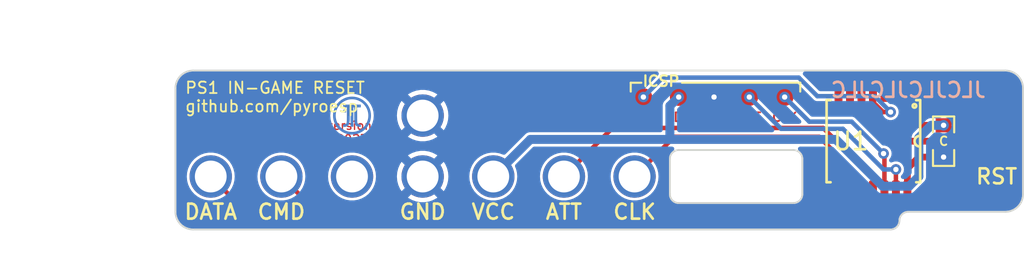
<source format=kicad_pcb>
(kicad_pcb (version 20240108) (generator "pcbnew") (generator_version "8.0")
  (layers (0 "F.Cu" signal) (31 "B.Cu" signal) (34 "B.Paste" user) (35 "F.Paste" user) (36 "B.SilkS" user "B.Silkscreen") (37 "F.SilkS" user "F.Silkscreen") (38 "B.Mask" user) (39 "F.Mask" user) (44 "Edge.Cuts" user))
  (net 0 "")
  (net 1 "+3V3")
  (net 2 "GND")
  (net 3 "/VPP\\~{MCLR}")
  (net 4 "/ICSPDAT")
  (net 5 "/ICSPCLK")
  (net 6 "/CLK")
  (net 7 "/DATA")
  (net 8 "/CMD")
  (net 9 "/~{SS}")
  (net 10 "/RESET")
  (footprint "PS1-IGR:JFTLOGO-1x1.3mm" (layer "F.Cu") (at 95 91.5)
    (property "Reference" "G***" (hide yes))
    (property "Value" "LOGO" (hide yes))
    (fp_poly (pts (xy 0.492125 -0.179161) (xy 0.340178 -0.179161) (xy 0.340178 -0.326572) (xy 0.492125 -0.326572) (xy 0.492125 -0.179161)) (stroke (width 0.01)) (fill solid) (layer "F.Cu"))
    (fp_poly (pts (xy 0.490991 -0.617992) (xy 0.491589 -0.543719) (xy 0.492187 -0.469447) (xy 0.28575 -0.469447) (xy 0.285782 -0.106023) (xy 0.2858 -0.062284) (xy 0.285845 -0.019882) (xy 0.285916 0.020937) (xy 0.286011 0.059929) (xy 0.286129 0.096849) (xy 0.286269 0.131454) (xy 0.286429 0.163498) (xy 0.286609 0.192737) (xy 0.286806 0.218926) (xy 0.287019 0.241821) (xy 0.287247 0.261178) (xy 0.287488 0.276752) (xy 0.287742 0.288299) (xy 0.288006 0.295573) (xy 0.288027 0.295955) (xy 0.290656 0.331148) (xy 0.294269 0.3625) (xy 0.298842 0.38988) (xy 0.304351 0.413156) (xy 0.310771 0.432197) (xy 0.315495 0.442382) (xy 0.326643 0.458511) (xy 0.34152 0.472087) (xy 0.360095 0.483097) (xy 0.382339 0.491532) (xy 0.408224 0.497378) (xy 0.43772 0.500623) (xy 0.46092 0.501343) (xy 0.492192 0.501414) (xy 0.491591 0.568774) (xy 0.490991 0.636133) (xy 0.47058 0.636836) (xy 0.460088 0.636911) (xy 0.446822 0.636588) (xy 0.43252 0.635929) (xy 0.419553 0.635046) (xy 0.380056 0.630342) (xy 0.344106 0.622928) (xy 0.311577 0.61276) (xy 0.282346 0.599789) (xy 0.256287 0.583971) (xy 0.234977 0.566837) (xy 0.215656 0.546172) (xy 0.198361 0.52146) (xy 0.183098 0.492712) (xy 0.169871 0.459939) (xy 0.158685 0.423155) (xy 0.149544 0.382371) (xy 0.142455 0.3376) (xy 0.141363 0.328839) (xy 0.140856 0.324295) (xy 0.140392 0.319382) (xy 0.139969 0.313882) (xy 0.139584 0.307578) (xy 0.139236 0.30025) (xy 0.138922 0.291683) (xy 0.138639 0.281656) (xy 0.138384 0.269954) (xy 0.138156 0.256356) (xy 0.137952 0.240647) (xy 0.137769 0.222607) (xy 0.137605 0.202019) (xy 0.137457 0.178665) (xy 0.137323 0.152328) (xy 0.137201 0.122788) (xy 0.137088 0.089828) (xy 0.136981 0.05323) (xy 0.136879 0.012777) (xy 0.136778 -0.03175) (xy 0.136676 -0.080568) (xy 0.136664 -0.086746) (xy 0.135898 -0.469447) (xy 0.079384 -0.469447) (xy 0.078812 0.07654) (xy 0.078241 0.622526) (xy 0.003968 0.623124) (xy -0.070304 0.623722) (xy -0.070304 -0.469447) (xy -0.133631 -0.469447) (xy -0.134397 -0.086746) (xy -0.134497 -0.036297) (xy -0.13459 0.009844) (xy -0.134685 0.051904) (xy -0.134787 0.090109) (xy -0.134905 0.124688) (xy -0.135046 0.155867) (xy -0.135216 0.183874) (xy -0.135423 0.208935) (xy -0.135675 0.231279) (xy -0.135978 0.251132) (xy -0.136339 0.268721) (xy -0.136767 0.284274) (xy -0.137268 0.298019) (xy -0.137849 0.310181) (xy -0.138518 0.320988) (xy -0.139281 0.330669) (xy -0.140147 0.339449) (xy -0.141122 0.347556) (xy -0.142213 0.355217) (xy -0.143429 0.36266) (xy -0.144775 0.370111) (xy -0.146259 0.377799) (xy -0.147889 0.385949) (xy -0.149671 0.39479) (xy -0.149721 0.395035) (xy -0.158811 0.433468) (xy -0.169872 0.46793) (xy -0.182972 0.498568) (xy -0.198182 0.525528) (xy -0.215572 0.548959) (xy -0.23017 0.564384) (xy -0.251962 0.582665) (xy -0.276001 0.59813) (xy -0.30256 0.610868) (xy -0.331914 0.620974) (xy -0.364338 0.628537) (xy -0.400106 0.633651) (xy -0.439493 0.636406) (xy -0.446201 0.636636) (xy -0.489857 0.63793) (xy -0.489857 0.501164) (xy -0.474549 0.502541) (xy -0.462085 0.502953) (xy -0.446676 0.502394) (xy -0.429778 0.501003) (xy -0.412844 0.498918) (xy -0.397329 0.496278) (xy -0.388745 0.494343) (xy -0.367637 0.487802) (xy -0.349841 0.4796) (xy -0.335004 0.46932) (xy -0.322768 0.456541) (xy -0.312781 0.440844) (xy -0.304685 0.421808) (xy -0.298126 0.399013) (xy -0.294763 0.383267) (xy -0.29357 0.376999) (xy -0.292478 0.371032) (xy -0.291483 0.365148) (xy -0.29058 0.35913) (xy -0.289763 0.352759) (xy -0.289028 0.345815) (xy -0.28837 0.338081) (xy -0.287783 0.329337) (xy -0.287263 0.319367) (xy -0.286804 0.30795) (xy -0.286402 0.294868) (xy -0.286052 0.279904) (xy -0.285748 0.262838) (xy -0.285485 0.243451) (xy -0.285259 0.221526) (xy -0.285064 0.196844) (xy -0.284896 0.169186) (xy -0.284749 0.138334) (xy -0.284619 0.10407) (xy -0.284499 0.066174) (xy -0.284386 0.024428) (xy -0.284275 -0.021386) (xy -0.28416 -0.071487) (xy -0.284143 -0.078809) (xy -0.283257 -0.469447) (xy -0.489857 -0.469447) (xy -0.489857 -0.619136) (xy 0.490991 -0.617992)) (stroke (width 0.01)) (fill solid) (layer "F.Cu"))
  )
  (footprint "PS1-IGR:__LOGO_PS1_Cu-2.4mm" (layer "F.Cu") (at 112 90.5)
    (property "Reference" "G***" (hide yes))
    (property "Value" "LOGO" (hide yes))
    (fp_poly (pts (xy -0.392114 -1.212239) (xy -0.390173 -1.211824) (xy -0.386082 -1.210972) (xy -0.380179 -1.209754) (xy -0.372804 -1.208239) (xy -0.364295 -1.206497) (xy -0.35499 -1.204597) (xy -0.352425 -1.204074) (xy -0.318902 -1.197004) (xy -0.283225 -1.189026) (xy -0.245591 -1.180193) (xy -0.206198 -1.170558) (xy -0.165242 -1.160175) (xy -0.122921 -1.149097) (xy -0.079432 -1.137377) (xy -0.034972 -1.125069) (xy 0.010262 -1.112226) (xy 0.056073 -1.098901) (xy 0.102263 -1.085148) (xy 0.148636 -1.07102) (xy 0.194994 -1.05657) (xy 0.20828 -1.052368) (xy 0.240872 -1.041933) (xy 0.271201 -1.032026) (xy 0.29947 -1.022567) (xy 0.325883 -1.013478) (xy 0.350643 -1.004682) (xy 0.373955 -0.996099) (xy 0.39602 -0.987652) (xy 0.417043 -0.979262) (xy 0.437228 -0.970851) (xy 0.456778 -0.962339) (xy 0.475896 -0.95365) (xy 0.494786 -0.944705) (xy 0.513651 -0.935425) (xy 0.518795 -0.932838) (xy 0.535578 -0.924253) (xy 0.550551 -0.916348) (xy 0.564245 -0.908817) (xy 0.577188 -0.901353) (xy 0.589913 -0.893649) (xy 0.602948 -0.8854) (xy 0.616825 -0.876299) (xy 0.617855 -0.875614) (xy 0.65033 -0.852698) (xy 0.680503 -0.828746) (xy 0.70842 -0.803698) (xy 0.734124 -0.777489) (xy 0.757661 -0.750058) (xy 0.779076 -0.721341) (xy 0.798412 -0.691277) (xy 0.815716 -0.659803) (xy 0.831031 -0.626856) (xy 0.844403 -0.592374) (xy 0.855876 -0.556294) (xy 0.861504 -0.535305) (xy 0.867178 -0.511343) (xy 0.87212 -0.487447) (xy 0.876374 -0.463265) (xy 0.879983 -0.438447) (xy 0.882992 -0.41264) (xy 0.885446 -0.385494) (xy 0.887388 -0.356657) (xy 0.888863 -0.325779) (xy 0.889248 -0.315277) (xy 0.889982 -0.273291) (xy 0.889236 -0.233285) (xy 0.886996 -0.195164) (xy 0.883252 -0.158838) (xy 0.877991 -0.124211) (xy 0.871201 -0.091193) (xy 0.86287 -0.059689) (xy 0.852986 -0.029607) (xy 0.851911 -0.02667) (xy 0.849261 -0.019921) (xy 0.84577 -0.011637) (xy 0.841755 -0.002543) (xy 0.837537 0.006638) (xy 0.833719 0.014605) (xy 0.824682 0.03227) (xy 0.815826 0.047963) (xy 0.806793 0.062192) (xy 0.797224 0.075466) (xy 0.786761 0.088295) (xy 0.775046 0.101189) (xy 0.767125 0.10931) (xy 0.749749 0.125703) (xy 0.732423 0.139901) (xy 0.714699 0.152199) (xy 0.696128 0.162891) (xy 0.676263 0.172274) (xy 0.66421 0.177142) (xy 0.642807 0.184383) (xy 0.620867 0.189909) (xy 0.598005 0.193786) (xy 0.573838 0.196078) (xy 0.547981 0.196849) (xy 0.54737 0.19685) (xy 0.522017 0.196119) (xy 0.496804 0.193886) (xy 0.471479 0.19009) (xy 0.445791 0.184669) (xy 0.41949 0.177563) (xy 0.392324 0.168709) (xy 0.364044 0.158048) (xy 0.334398 0.145517) (xy 0.331179 0.144083) (xy 0.320093 0.139121) (xy 0.319684 -0.262227) (xy 0.319646 -0.300571) (xy 0.319612 -0.336462) (xy 0.319579 -0.369986) (xy 0.319548 -0.401229) (xy 0.319515 -0.430279) (xy 0.319481 -0.457222) (xy 0.319442 -0.482145) (xy 0.319399 -0.505134) (xy 0.319349 -0.526276) (xy 0.319291 -0.545657) (xy 0.319224 -0.563364) (xy 0.319146 -0.579484) (xy 0.319056 -0.594104) (xy 0.318952 -0.607309) (xy 0.318833 -0.619187) (xy 0.318697 -0.629824) (xy 0.318543 -0.639306) (xy 0.31837 -0.647721) (xy 0.318176 -0.655155) (xy 0.317959 -0.661694) (xy 0.317719 -0.667426) (xy 0.317454 -0.672436) (xy 0.317161 -0.676811) (xy 0.316841 -0.680639) (xy 0.316491 -0.684005) (xy 0.31611 -0.686996) (xy 0.315697 -0.689699) (xy 0.31525 -0.692201) (xy 0.314767 -0.694587) (xy 0.314248 -0.696945) (xy 0.313691 -0.699362) (xy 0.313094 -0.701923) (xy 0.312455 -0.704715) (xy 0.312317 -0.705337) (xy 0.306828 -0.725575) (xy 0.299801 -0.7438) (xy 0.291223 -0.760028) (xy 0.281082 -0.774279) (xy 0.269363 -0.786569) (xy 0.256055 -0.796917) (xy 0.241143 -0.805339) (xy 0.238125 -0.806724) (xy 0.22286 -0.812502) (xy 0.208495 -0.815912) (xy 0.19504 -0.816957) (xy 0.182508 -0.815642) (xy 0.17091 -0.81197) (xy 0.160258 -0.805945) (xy 0.150564 -0.79757) (xy 0.14184 -0.786851) (xy 0.134098 -0.77379) (xy 0.133576 -0.772755) (xy 0.128082 -0.759894) (xy 0.123522 -0.745453) (xy 0.120172 -0.730302) (xy 0.120163 -0.73025) (xy 0.119172 -0.724667) (xy 0.118219 -0.719492) (xy 0.117477 -0.715656) (xy 0.117344 -0.71501) (xy 0.117295 -0.713521) (xy 0.117244 -0.709554) (xy 0.117192 -0.703172) (xy 0.11714 -0.694436) (xy 0.117086 -0.683408) (xy 0.117031 -0.670152) (xy 0.116976 -0.654728) (xy 0.11692 -0.6372) (xy 0.116864 -0.617629) (xy 0.116807 -0.596078) (xy 0.11675 -0.572609) (xy 0.116692 -0.547284) (xy 0.116635 -0.520164) (xy 0.116577 -0.491314) (xy 0.11652 -0.460793) (xy 0.116463 -0.428666) (xy 0.116406 -0.394993) (xy 0.116349 -0.359837) (xy 0.116294 -0.323261) (xy 0.116238 -0.285326) (xy 0.116184 -0.246094) (xy 0.116131 -0.205628) (xy 0.116078 -0.16399) (xy 0.116027 -0.121243) (xy 0.115976 -0.077447) (xy 0.115927 -0.032667) (xy 0.11588 0.013038) (xy 0.115834 0.059603) (xy 0.115789 0.106967) (xy 0.115747 0.155069) (xy 0.115706 0.203844) (xy 0.115669 0.25083) (xy 0.114935 1.212225) (xy -0.1397 1.131418) (xy -0.394335 1.05061) (xy -0.394654 -0.081144) (xy -0.394972 -1.212898) (xy -0.392114 -1.212239)) (stroke (width 0.01)) (fill solid) (layer "F.Cu"))
    (fp_poly (pts (xy -0.496234 0.157453) (xy -0.496101 0.16108) (xy -0.495974 0.166931) (xy -0.495854 0.174851) (xy -0.495743 0.184681) (xy -0.495642 0.196265) (xy -0.495551 0.209444) (xy -0.495473 0.224062) (xy -0.495408 0.23996) (xy -0.495357 0.256983) (xy -0.495322 0.274972) (xy -0.495303 0.29377) (xy -0.4953 0.304485) (xy -0.4953 0.452761) (xy -0.563563 0.477152) (xy -0.574387 0.48102) (xy -0.587331 0.485648) (xy -0.602125 0.490938) (xy -0.618498 0.496793) (xy -0.63618 0.503118) (xy -0.6549 0.509814) (xy -0.674387 0.516785) (xy -0.69437 0.523935) (xy -0.714579 0.531166) (xy -0.734743 0.538382) (xy -0.754591 0.545485) (xy -0.76708 0.549956) (xy -0.786397 0.556869) (xy -0.806076 0.563912) (xy -0.825862 0.570993) (xy -0.845497 0.578018) (xy -0.864724 0.584897) (xy -0.883286 0.591538) (xy -0.900927 0.597848) (xy -0.917388 0.603735) (xy -0.932413 0.609108) (xy -0.945744 0.613875) (xy -0.957125 0.617943) (xy -0.96393 0.620375) (xy -0.976222 0.624774) (xy -0.988085 0.629034) (xy -0.999247 0.633058) (xy -1.009434 0.636744) (xy -1.018373 0.639995) (xy -1.02579 0.64271) (xy -1.031412 0.644791) (xy -1.034965 0.646138) (xy -1.035378 0.646301) (xy -1.05085 0.653039) (xy -1.064564 0.660206) (xy -1.076406 0.667703) (xy -1.086264 0.675433) (xy -1.094024 0.683299) (xy -1.099573 0.691202) (xy -1.102799 0.699045) (xy -1.10363 0.705333) (xy -1.102388 0.713268) (xy -1.098698 0.720747) (xy -1.092617 0.72774) (xy -1.084201 0.734219) (xy -1.073507 0.740152) (xy -1.060591 0.745512) (xy -1.04551 0.750268) (xy -1.028319 0.754391) (xy -1.009076 0.757852) (xy -1.00076 0.759052) (xy -0.991959 0.759971) (xy -0.981081 0.760677) (xy -0.968579 0.761172) (xy -0.954908 0.761458) (xy -0.94052 0.761537) (xy -0.92587 0.761413) (xy -0.911411 0.761087) (xy -0.897598 0.760561) (xy -0.884883 0.759838) (xy -0.873721 0.758921) (xy -0.868776 0.758379) (xy -0.836927 0.753842) (xy -0.807288 0.748233) (xy -0.779757 0.741532) (xy -0.76885 0.738402) (xy -0.765673 0.737372) (xy -0.760295 0.735537) (xy -0.752898 0.732963) (xy -0.743668 0.729715) (xy -0.732788 0.725859) (xy -0.720441 0.72146) (xy -0.706814 0.716585) (xy -0.692088 0.711299) (xy -0.676449 0.705667) (xy -0.66008 0.699756) (xy -0.643166 0.69363) (xy -0.633595 0.690156) (xy -0.616595 0.683983) (xy -0.600136 0.678009) (xy -0.584392 0.672298) (xy -0.569537 0.666911) (xy -0.555745 0.661914) (xy -0.54319 0.657367) (xy -0.532046 0.653335) (xy -0.522487 0.64988) (xy -0.514686 0.647065) (xy -0.508818 0.644954) (xy -0.505057 0.643608) (xy -0.503867 0.643189) (xy -0.495289 0.640227) (xy -0.495612 0.773139) (xy -0.495935 0.906052) (xy -0.5207 0.91021) (xy -0.570805 0.918036) (xy -0.619293 0.924389) (xy -0.666597 0.929299) (xy -0.713149 0.932797) (xy -0.759379 0.934913) (xy -0.80572 0.935676) (xy -0.852604 0.935117) (xy -0.86995 0.934589) (xy -0.93164 0.9312) (xy -0.993728 0.925384) (xy -1.055988 0.917173) (xy -1.118193 0.906603) (xy -1.180115 0.893706) (xy -1.233805 0.880561) (xy -1.250249 0.876146) (xy -1.267544 0.871311) (xy -1.285356 0.866163) (xy -1.303351 0.860805) (xy -1.321198 0.855343) (xy -1.338561 0.849881) (xy -1.355107 0.844524) (xy -1.370504 0.839377) (xy -1.384417 0.834544) (xy -1.396513 0.830131) (xy -1.40589 0.826475) (xy -1.430842 0.815528) (xy -1.453909 0.803807) (xy -1.475044 0.791377) (xy -1.494201 0.778303) (xy -1.511331 0.764648) (xy -1.526388 0.750477) (xy -1.539325 0.735856) (xy -1.550094 0.720847) (xy -1.558648 0.705517) (xy -1.56494 0.689929) (xy -1.568922 0.674148) (xy -1.570548 0.658238) (xy -1.569769 0.642264) (xy -1.56654 0.626291) (xy -1.562 0.613166) (xy -1.556638 0.60204) (xy -1.549762 0.591108) (xy -1.541277 0.580293) (xy -1.531084 0.569518) (xy -1.519085 0.558704) (xy -1.505183 0.547775) (xy -1.489281 0.536653) (xy -1.47128 0.525261) (xy -1.451084 0.513522) (xy -1.428594 0.501358) (xy -1.40716 0.490406) (xy -1.38227 0.478286) (xy -1.357325 0.466767) (xy -1.331884 0.455668) (xy -1.30551 0.444805) (xy -1.277764 0.433995) (xy -1.248207 0.423055) (xy -1.229995 0.416555) (xy -1.225713 0.415042) (xy -1.219144 0.412716) (xy -1.210398 0.409615) (xy -1.199582 0.405778) (xy -1.186803 0.401242) (xy -1.172169 0.396047) (xy -1.155789 0.390231) (xy -1.137769 0.383831) (xy -1.118217 0.376886) (xy -1.097241 0.369435) (xy -1.074949 0.361515) (xy -1.051449 0.353164) (xy -1.026847 0.344422) (xy -1.001252 0.335326) (xy -0.974771 0.325914) (xy -0.947513 0.316226) (xy -0.919584 0.306298) (xy -0.891093 0.296169) (xy -0.862147 0.285878) (xy -0.845305 0.279891) (xy -0.816602 0.269686) (xy -0.788517 0.259705) (xy -0.761145 0.249979) (xy -0.734582 0.240543) (xy -0.70892 0.23143) (xy -0.684255 0.222673) (xy -0.660681 0.214306) (xy -0.638292 0.206363) (xy -0.617182 0.198876) (xy -0.597447 0.191879) (xy -0.579179 0.185406) (xy -0.562474 0.179489) (xy -0.547425 0.174164) (xy -0.534128 0.169462) (xy -0.522676 0.165418) (xy -0.513164 0.162064) (xy -0.505686 0.159434) (xy -0.500337 0.157563) (xy -0.497211 0.156482) (xy -0.496373 0.15621) (xy -0.496234 0.157453)) (stroke (width 0.01)) (fill solid) (layer "F.Cu"))
    (fp_poly (pts (xy 0.805443 0.284768) (xy 0.821695 0.284894) (xy 0.836706 0.285144) (xy 0.850003 0.285523) (xy 0.852805 0.28563) (xy 0.907289 0.288648) (xy 0.961272 0.293258) (xy 1.014535 0.299422) (xy 1.066859 0.307102) (xy 1.118028 0.316261) (xy 1.167824 0.32686) (xy 1.216027 0.338861) (xy 1.262421 0.352226) (xy 1.29413 0.362519) (xy 1.31356 0.369157) (xy 1.330794 0.375085) (xy 1.346051 0.380389) (xy 1.359548 0.38515) (xy 1.371501 0.389455) (xy 1.38213 0.393384) (xy 1.39165 0.397024) (xy 1.400281 0.400457) (xy 1.40824 0.403766) (xy 1.415744 0.407036) (xy 1.423011 0.41035) (xy 1.430258 0.413793) (xy 1.437703 0.417447) (xy 1.44018 0.418682) (xy 1.45856 0.428255) (xy 1.474823 0.437549) (xy 1.489334 0.446812) (xy 1.502459 0.456294) (xy 1.514565 0.466243) (xy 1.526017 0.47691) (xy 1.526632 0.47752) (xy 1.535929 0.48709) (xy 1.543497 0.495676) (xy 1.549692 0.503743) (xy 1.554872 0.511754) (xy 1.559279 0.51994) (xy 1.564176 0.530741) (xy 1.56765 0.540665) (xy 1.569999 0.550698) (xy 1.571284 0.559592) (xy 1.571943 0.56655) (xy 1.572092 0.572234) (xy 1.5717 0.577861) (xy 1.570735 0.584648) (xy 1.57064 0.58523) (xy 1.567282 0.599844) (xy 1.562028 0.614068) (xy 1.554807 0.627984) (xy 1.545545 0.641673) (xy 1.53417 0.655217) (xy 1.520609 0.668698) (xy 1.50479 0.682199) (xy 1.486639 0.6958) (xy 1.466084 0.709583) (xy 1.452575 0.71797) (xy 1.443334 0.723348) (xy 1.432273 0.729443) (xy 1.419916 0.735993) (xy 1.406786 0.742735) (xy 1.393408 0.749406) (xy 1.380304 0.755744) (xy 1.367998 0.761486) (xy 1.357014 0.76637) (xy 1.35128 0.768778) (xy 1.349124 0.7696) (xy 1.344701 0.771235) (xy 1.3381 0.77365) (xy 1.329411 0.776815) (xy 1.318724 0.780695) (xy 1.306128 0.78526) (xy 1.291713 0.790477) (xy 1.275569 0.796314) (xy 1.257786 0.802737) (xy 1.238454 0.809716) (xy 1.217661 0.817218) (xy 1.195499 0.825211) (xy 1.172056 0.833661) (xy 1.147422 0.842538) (xy 1.121688 0.851809) (xy 1.094942 0.861442) (xy 1.067275 0.871403) (xy 1.038776 0.881662) (xy 1.009535 0.892186) (xy 0.979642 0.902942) (xy 0.949187 0.913899) (xy 0.918259 0.925023) (xy 0.886948 0.936284) (xy 0.855344 0.947648) (xy 0.823536 0.959083) (xy 0.791614 0.970558) (xy 0.759669 0.982039) (xy 0.727789 0.993495) (xy 0.696065 1.004893) (xy 0.664586 1.016201) (xy 0.633442 1.027387) (xy 0.602722 1.038419) (xy 0.572517 1.049264) (xy 0.542916 1.05989) (xy 0.51401 1.070265) (xy 0.485886 1.080356) (xy 0.458636 1.090131) (xy 0.43235 1.099559) (xy 0.407116 1.108606) (xy 0.383025 1.117241) (xy 0.360166 1.125432) (xy 0.338629 1.133145) (xy 0.318504 1.140349) (xy 0.299881 1.147011) (xy 0.282849 1.1531) (xy 0.267498 1.158583) (xy 0.253917 1.163427) (xy 0.242198 1.167601) (xy 0.232428 1.171072) (xy 0.224699 1.173809) (xy 0.219099 1.175778) (xy 0.215719 1.176947) (xy 0.21465 1.17729) (xy 0.214423 1.17607) (xy 0.214219 1.172405) (xy 0.214037 1.166284) (xy 0.213877 1.157699) (xy 0.21374 1.14664) (xy 0.213624 1.133097) (xy 0.21353 1.117061) (xy 0.213458 1.098523) (xy 0.213408 1.077472) (xy 0.21338 1.0539) (xy 0.213373 1.029652) (xy 0.213386 0.882015) (xy 0.62517 0.735388) (xy 0.656533 0.724218) (xy 0.687335 0.713247) (xy 0.717487 0.702504) (xy 0.746898 0.692022) (xy 0.77548 0.681833) (xy 0.803143 0.67197) (xy 0.829799 0.662463) (xy 0.855356 0.653344) (xy 0.879727 0.644647) (xy 0.902821 0.636402) (xy 0.92455 0.628642) (xy 0.944823 0.621398) (xy 0.963552 0.614702) (xy 0.980647 0.608587) (xy 0.996019 0.603085) (xy 1.009578 0.598226) (xy 1.021235 0.594043) (xy 1.0309 0.590569) (xy 1.038485 0.587835) (xy 1.043899 0.585872) (xy 1.047054 0.584714) (xy 1.04775 0.584448) (xy 1.063858 0.577445) (xy 1.077988 0.570123) (xy 1.090073 0.562554) (xy 1.100047 0.554805) (xy 1.107845 0.546947) (xy 1.1134 0.53905) (xy 1.116646 0.531182) (xy 1.117518 0.523414) (xy 1.11595 0.515815) (xy 1.11496 0.513509) (xy 1.110411 0.50678) (xy 1.103514 0.50034) (xy 1.094451 0.494276) (xy 1.083405 0.488674) (xy 1.070559 0.48362) (xy 1.056098 0.479201) (xy 1.040203 0.475503) (xy 1.030999 0.473823) (xy 1.019721 0.472064) (xy 1.009254 0.470701) (xy 0.999004 0.46969) (xy 0.988373 0.468991) (xy 0.976766 0.468558) (xy 0.963589 0.46835) (xy 0.954405 0.468315) (xy 0.931027 0.468622) (xy 0.909289 0.469608) (xy 0.888365 0.471347) (xy 0.86743 0.473911) (xy 0.845656 0.477371) (xy 0.84074 0.478247) (xy 0.834697 0.479361) (xy 0.828941 0.480472) (xy 0.823323 0.481627) (xy 0.817699 0.482873) (xy 0.811922 0.484256) (xy 0.805846 0.485822) (xy 0.799324 0.487618) (xy 0.792212 0.48969) (xy 0.784362 0.492086) (xy 0.775629 0.494851) (xy 0.765866 0.498031) (xy 0.754927 0.501675) (xy 0.742667 0.505827) (xy 0.728939 0.510534) (xy 0.713597 0.515844) (xy 0.696495 0.521802) (xy 0.677487 0.528455) (xy 0.656427 0.53585) (xy 0.633168 0.544032) (xy 0.62484 0.546964) (xy 0.587513 0.560109) (xy 0.552508 0.572436) (xy 0.519752 0.583971) (xy 0.489172 0.59474) (xy 0.460693 0.604769) (xy 0.434243 0.614084) (xy 0.409748 0.622711) (xy 0.387133 0.630676) (xy 0.366327 0.638005) (xy 0.347255 0.644723) (xy 0.329844 0.650856) (xy 0.31402 0.656431) (xy 0.29971 0.661473) (xy 0.286841 0.666009) (xy 0.275338 0.670063) (xy 0.265129 0.673662) (xy 0.256139 0.676833) (xy 0.248296 0.6796) (xy 0.241526 0.68199) (xy 0.235755 0.684028) (xy 0.230909 0.685741) (xy 0.226916 0.687154) (xy 0.223702 0.688294) (xy 0.221194 0.689185) (xy 0.219317 0.689855) (xy 0.217998 0.690329) (xy 0.217165 0.690633) (xy 0.216847 0.690752) (xy 0.213349 0.69209) (xy 0.213672 0.538236) (xy 0.213995 0.384381) (xy 0.24179 0.375002) (xy 0.279039 0.363082) (xy 0.318392 0.351712) (xy 0.359456 0.340967) (xy 0.401839 0.330924) (xy 0.44515 0.321659) (xy 0.488995 0.313248) (xy 0.532984 0.305765) (xy 0.576723 0.299288) (xy 0.619822 0.293891) (xy 0.661887 0.289652) (xy 0.696595 0.287011) (xy 0.708309 0.286385) (xy 0.72209 0.285854) (xy 0.737464 0.285422) (xy 0.753959 0.285093) (xy 0.771102 0.284871) (xy 0.788421 0.284762) (xy 0.805443 0.284768)) (stroke (width 0.01)) (fill solid) (layer "F.Cu"))
  )
  (footprint "PS1-IGR:TestPoint_Pad_NoSilk_D1.0mm" (layer "F.Cu") (at 122.5 89.5 180)
    (property "Reference" "TP2" (hide yes))
    (property "Value" "VDD" (at 0 -1.143 0) (layer "F.Cu") (effects (font (size 0.5 0.5) (thickness 0.1))))
    (pad "1" smd circle (at 0 0 180) (size 1 1) (layers "F.Cu" "F.Mask") (net 1 "+3V3"))
  )
  (footprint "PS1-IGR:TestPoint_Pad_NoSilk_D1.0mm" (layer "F.Cu") (at 124.5 89.5 180)
    (property "Reference" "TP3" (hide yes))
    (property "Value" "VSS" (at 0 -1.143 0) (layer "F.Cu") (effects (font (size 0.5 0.5) (thickness 0.1))))
    (pad "1" smd circle (at 0 0 180) (size 1 1) (layers "F.Cu" "F.Mask") (net 2 "GND"))
  )
  (footprint "PS1-IGR:TestPoint_Pad_NoSilk_D1.0mm" (layer "F.Cu") (at 126.5 89.5 180)
    (property "Reference" "TP4" (hide yes))
    (property "Value" "DAT" (at 0 -1.143 0) (layer "F.Cu") (effects (font (size 0.5 0.5) (thickness 0.1))))
    (pad "1" smd circle (at 0 0 180) (size 1 1) (layers "F.Cu" "F.Mask") (net 4 "/ICSPDAT"))
  )
  (footprint "PS1-IGR:TestPoint_Pad_NoSilk_D1.0mm" (layer "F.Cu") (at 128.5 89.5 180)
    (property "Reference" "TP5" (hide yes))
    (property "Value" "CLK" (at 0 -1.143 0) (layer "F.Cu") (effects (font (size 0.5 0.5) (thickness 0.1))))
    (pad "1" smd circle (at 0 0 180) (size 1 1) (layers "F.Cu" "F.Mask") (net 5 "/ICSPCLK"))
  )
  (footprint "PS1-IGR:R_0603_0.8mm" (layer "F.Cu") (at 137.5 92 -90)
    (property "Reference" "C1" (hide yes))
    (property "Value" "0.1uF")
    (fp_line (start -1.4 0.6) (end -0.5 0.6) (stroke (width 0.12)) (layer "F.SilkS"))
    (fp_line (start 0.5 0.6) (end 1.4 0.6) (stroke (width 0.12)) (layer "F.SilkS"))
    (fp_line (start -1.4 -0.6) (end -1.4 0.6) (stroke (width 0.12)) (layer "F.SilkS"))
    (fp_line (start -1.4 -0.6) (end -0.5 -0.6) (stroke (width 0.12)) (layer "F.SilkS"))
    (fp_line (start 0.5 -0.6) (end 1.4 -0.6) (stroke (width 0.12)) (layer "F.SilkS"))
    (fp_line (start 1.4 -0.6) (end 1.4 0.6) (stroke (width 0.12)) (layer "F.SilkS"))
    (pad "1" smd rect (at -0.9 0 270) (size 0.8 0.9) (layers "F.Cu" "F.Paste" "F.Mask") (net 1 "+3V3"))
    (pad "2" smd rect (at 0.9 0 270) (size 0.8 0.9) (layers "F.Cu" "F.Paste" "F.Mask") (net 2 "GND"))
  )
  (footprint "PS1-IGR:TSSOP-14_4.4x5mm_Pitch0.65mm-JFT" (layer "F.Cu") (at 133.5 92 -90)
    (property "Reference" "U1" (at 0 1.25 180) (layer "F.SilkS"))
    (property "Value" "PIC16F18325-ISL")
    (fp_line (start -2.325 2.625) (end 2.325 2.625) (stroke (width 0.15)) (layer "F.SilkS"))
    (fp_line (start -2.325 2.625) (end -2.325 2.4) (stroke (width 0.15)) (layer "F.SilkS"))
    (fp_line (start 2.325 2.625) (end 2.325 2.4) (stroke (width 0.15)) (layer "F.SilkS"))
    (fp_line (start -2.325 -2.45) (end -2.325 -2.675) (stroke (width 0.15)) (layer "F.SilkS"))
    (fp_line (start -2.325 -2.675) (end 2.325 -2.675) (stroke (width 0.15)) (layer "F.SilkS"))
    (fp_line (start 2.325 -2.675) (end 2.325 -2.45) (stroke (width 0.15)) (layer "F.SilkS"))
    (fp_arc (start 0.3 -2.65) (mid 0 -2.35) (end -0.3 -2.65) (stroke (width 0.15)) (layer "F.SilkS"))
    (fp_circle (center -2 -2.35) (end -1.9 -2.35) (stroke (width 0.15)) (fill none) (layer "F.SilkS"))
    (pad "1" smd roundrect (at -2.95 -1.95 270) (size 1.45 0.45) (layers "F.Cu" "F.Paste" "F.Mask") (roundrect_rratio 0.2) (net 1 "+3V3"))
    (pad "2" smd roundrect (at -2.95 -1.3 270) (size 1.45 0.45) (layers "F.Cu" "F.Paste" "F.Mask") (roundrect_rratio 0.2))
    (pad "3" smd roundrect (at -2.95 -0.65 270) (size 1.45 0.45) (layers "F.Cu" "F.Paste" "F.Mask") (roundrect_rratio 0.2))
    (pad "4" smd roundrect (at -2.95 0 270) (size 1.45 0.45) (layers "F.Cu" "F.Paste" "F.Mask") (roundrect_rratio 0.2) (net 3 "/VPP\\~{MCLR}"))
    (pad "5" smd roundrect (at -2.95 0.65 270) (size 1.45 0.45) (layers "F.Cu" "F.Paste" "F.Mask") (roundrect_rratio 0.2) (net 10 "/RESET"))
    (pad "6" smd roundrect (at -2.95 1.3 270) (size 1.45 0.45) (layers "F.Cu" "F.Paste" "F.Mask") (roundrect_rratio 0.2))
    (pad "7" smd roundrect (at -2.95 1.95 270) (size 1.45 0.45) (layers "F.Cu" "F.Paste" "F.Mask") (roundrect_rratio 0.2))
    (pad "8" smd roundrect (at 2.95 1.95 270) (size 1.45 0.45) (layers "F.Cu" "F.Paste" "F.Mask") (roundrect_rratio 0.2) (net 8 "/CMD"))
    (pad "9" smd roundrect (at 2.95 1.3 270) (size 1.45 0.45) (layers "F.Cu" "F.Paste" "F.Mask") (roundrect_rratio 0.2) (net 7 "/DATA"))
    (pad "10" smd roundrect (at 2.95 0.65 270) (size 1.45 0.45) (layers "F.Cu" "F.Paste" "F.Mask") (roundrect_rratio 0.2) (net 6 "/CLK"))
    (pad "11" smd roundrect (at 2.95 0 270) (size 1.45 0.45) (layers "F.Cu" "F.Paste" "F.Mask") (roundrect_rratio 0.2) (net 9 "/~{SS}"))
    (pad "12" smd roundrect (at 2.95 -0.65 270) (size 1.45 0.45) (layers "F.Cu" "F.Paste" "F.Mask") (roundrect_rratio 0.2) (net 5 "/ICSPCLK"))
    (pad "13" smd roundrect (at 2.95 -1.3 270) (size 1.45 0.45) (layers "F.Cu" "F.Paste" "F.Mask") (roundrect_rratio 0.2) (net 4 "/ICSPDAT"))
    (pad "14" smd roundrect (at 2.95 -1.95 270) (size 1.45 0.45) (layers "F.Cu" "F.Paste" "F.Mask") (roundrect_rratio 0.2) (net 2 "GND"))
  )
  (footprint "PS1-IGR:Wirepad-2.54mm" (layer "F.Cu") (at 140.5 92)
    (property "Reference" "TP7")
    (property "Value" "RST" (at 0 2 0) (layer "F.SilkS") (effects (font (size 0.85 0.85))))
    (pad "1" smd roundrect (at 0 0 90) (size 2.54 2.54) (layers "F.Cu" "F.Paste" "F.Mask") (roundrect_rratio 0.05) (net 10 "/RESET"))
  )
  (footprint "PS1-IGR:TestPoint_Pad_NoSilk_D1.0mm" (layer "F.Cu") (at 120.5 89.5 180)
    (property "Reference" "TP1" (hide yes))
    (property "Value" "VPP" (at 0 -1.143 0) (layer "F.Cu") (effects (font (size 0.5 0.5) (thickness 0.1))))
    (pad "1" smd circle (at 0 0 180) (size 1 1) (layers "F.Cu" "F.Mask") (net 3 "/VPP\\~{MCLR}"))
  )
  (footprint "PS1-IGR:PS1ControllerPort_SolderSide" (layer "F.Cu") (at 96 94)
    (property "Reference" "J1" (hide yes))
    (property "Value" "PS1 Controller 1 (Solder Side)")
    (pad "1" thru_hole circle (at 0 0) (size 2.4 2.4) (drill 1.8) (layers "*.Cu" "*.Mask") (net 7 "/DATA"))
    (pad "2" thru_hole circle (at 4 0) (size 2.4 2.4) (drill 1.8) (layers "*.Cu" "*.Mask") (net 8 "/CMD"))
    (pad "3" thru_hole circle (at 8 0) (size 2.4 2.4) (drill 1.8) (layers "*.Cu" "*.Mask"))
    (pad "4" thru_hole circle (at 12 -3.45) (size 2.4 2.4) (drill 1.8) (layers "*.Cu" "*.Mask") (net 2 "GND"))
    (pad "4" thru_hole circle (at 12 0) (size 2.4 2.4) (drill 1.8) (layers "*.Cu" "*.Mask") (net 2 "GND"))
    (pad "5" thru_hole circle (at 16 0) (size 2.4 2.4) (drill 1.8) (layers "*.Cu" "*.Mask") (net 1 "+3V3"))
    (pad "6" thru_hole circle (at 20 0) (size 2.4 2.4) (drill 1.8) (layers "*.Cu" "*.Mask") (net 9 "/~{SS}"))
    (pad "7" thru_hole circle (at 24 0) (size 2.4 2.4) (drill 1.8) (layers "*.Cu" "*.Mask") (net 6 "/CLK"))
  )
  (footprint "PS1-IGR:JFTLOGO-1x1.3mm" (layer "B.Cu") (at 104 90.55 180)
    (property "Reference" "G***" (hide yes))
    (property "Value" "LOGO" (hide yes))
    (fp_poly (pts (xy 0.492125 0.179161) (xy 0.340178 0.179161) (xy 0.340178 0.326572) (xy 0.492125 0.326572) (xy 0.492125 0.179161)) (stroke (width 0.01)) (fill solid) (layer "B.Cu"))
    (fp_poly (pts (xy 0.490991 0.617992) (xy 0.491589 0.543719) (xy 0.492187 0.469447) (xy 0.28575 0.469447) (xy 0.285782 0.106023) (xy 0.2858 0.062284) (xy 0.285845 0.019882) (xy 0.285916 -0.020937) (xy 0.286011 -0.059929) (xy 0.286129 -0.096849) (xy 0.286269 -0.131454) (xy 0.286429 -0.163498) (xy 0.286609 -0.192737) (xy 0.286806 -0.218926) (xy 0.287019 -0.241821) (xy 0.287247 -0.261178) (xy 0.287488 -0.276752) (xy 0.287742 -0.288299) (xy 0.288006 -0.295573) (xy 0.288027 -0.295955) (xy 0.290656 -0.331148) (xy 0.294269 -0.3625) (xy 0.298842 -0.38988) (xy 0.304351 -0.413156) (xy 0.310771 -0.432197) (xy 0.315495 -0.442382) (xy 0.326643 -0.458511) (xy 0.34152 -0.472087) (xy 0.360095 -0.483097) (xy 0.382339 -0.491532) (xy 0.408224 -0.497378) (xy 0.43772 -0.500623) (xy 0.46092 -0.501343) (xy 0.492192 -0.501414) (xy 0.491591 -0.568774) (xy 0.490991 -0.636133) (xy 0.47058 -0.636836) (xy 0.460088 -0.636911) (xy 0.446822 -0.636588) (xy 0.43252 -0.635929) (xy 0.419553 -0.635046) (xy 0.380056 -0.630342) (xy 0.344106 -0.622928) (xy 0.311577 -0.61276) (xy 0.282346 -0.599789) (xy 0.256287 -0.583971) (xy 0.234977 -0.566837) (xy 0.215656 -0.546172) (xy 0.198361 -0.52146) (xy 0.183098 -0.492712) (xy 0.169871 -0.459939) (xy 0.158685 -0.423155) (xy 0.149544 -0.382371) (xy 0.142455 -0.3376) (xy 0.141363 -0.328839) (xy 0.140856 -0.324295) (xy 0.140392 -0.319382) (xy 0.139969 -0.313882) (xy 0.139584 -0.307578) (xy 0.139236 -0.30025) (xy 0.138922 -0.291683) (xy 0.138639 -0.281656) (xy 0.138384 -0.269954) (xy 0.138156 -0.256356) (xy 0.137952 -0.240647) (xy 0.137769 -0.222607) (xy 0.137605 -0.202019) (xy 0.137457 -0.178665) (xy 0.137323 -0.152328) (xy 0.137201 -0.122788) (xy 0.137088 -0.089828) (xy 0.136981 -0.05323) (xy 0.136879 -0.012777) (xy 0.136778 0.03175) (xy 0.136676 0.080568) (xy 0.136664 0.086746) (xy 0.135898 0.469447) (xy 0.079384 0.469447) (xy 0.078812 -0.07654) (xy 0.078241 -0.622526) (xy 0.003968 -0.623124) (xy -0.070304 -0.623722) (xy -0.070304 0.469447) (xy -0.133631 0.469447) (xy -0.134397 0.086746) (xy -0.134497 0.036297) (xy -0.13459 -0.009844) (xy -0.134685 -0.051904) (xy -0.134787 -0.090109) (xy -0.134905 -0.124688) (xy -0.135046 -0.155867) (xy -0.135216 -0.183874) (xy -0.135423 -0.208935) (xy -0.135675 -0.231279) (xy -0.135978 -0.251132) (xy -0.136339 -0.268721) (xy -0.136767 -0.284274) (xy -0.137268 -0.298019) (xy -0.137849 -0.310181) (xy -0.138518 -0.320988) (xy -0.139281 -0.330669) (xy -0.140147 -0.339449) (xy -0.141122 -0.347556) (xy -0.142213 -0.355217) (xy -0.143429 -0.36266) (xy -0.144775 -0.370111) (xy -0.146259 -0.377799) (xy -0.147889 -0.385949) (xy -0.149671 -0.39479) (xy -0.149721 -0.395035) (xy -0.158811 -0.433468) (xy -0.169872 -0.46793) (xy -0.182972 -0.498568) (xy -0.198182 -0.525528) (xy -0.215572 -0.548959) (xy -0.23017 -0.564384) (xy -0.251962 -0.582665) (xy -0.276001 -0.59813) (xy -0.30256 -0.610868) (xy -0.331914 -0.620974) (xy -0.364338 -0.628537) (xy -0.400106 -0.633651) (xy -0.439493 -0.636406) (xy -0.446201 -0.636636) (xy -0.489857 -0.63793) (xy -0.489857 -0.501164) (xy -0.474549 -0.502541) (xy -0.462085 -0.502953) (xy -0.446676 -0.502394) (xy -0.429778 -0.501003) (xy -0.412844 -0.498918) (xy -0.397329 -0.496278) (xy -0.388745 -0.494343) (xy -0.367637 -0.487802) (xy -0.349841 -0.4796) (xy -0.335004 -0.46932) (xy -0.322768 -0.456541) (xy -0.312781 -0.440844) (xy -0.304685 -0.421808) (xy -0.298126 -0.399013) (xy -0.294763 -0.383267) (xy -0.29357 -0.376999) (xy -0.292478 -0.371032) (xy -0.291483 -0.365148) (xy -0.29058 -0.35913) (xy -0.289763 -0.352759) (xy -0.289028 -0.345815) (xy -0.28837 -0.338081) (xy -0.287783 -0.329337) (xy -0.287263 -0.319367) (xy -0.286804 -0.30795) (xy -0.286402 -0.294868) (xy -0.286052 -0.279904) (xy -0.285748 -0.262838) (xy -0.285485 -0.243451) (xy -0.285259 -0.221526) (xy -0.285064 -0.196844) (xy -0.284896 -0.169186) (xy -0.284749 -0.138334) (xy -0.284619 -0.10407) (xy -0.284499 -0.066174) (xy -0.284386 -0.024428) (xy -0.284275 0.021386) (xy -0.28416 0.071487) (xy -0.284143 0.078809) (xy -0.283257 0.469447) (xy -0.489857 0.469447) (xy -0.489857 0.619136) (xy 0.490991 0.617992)) (stroke (width 0.01)) (fill solid) (layer "B.Cu"))
  )
  (gr_circle (center 104 90.55) (end 105 90.55) (stroke (width 0.15)) (fill none) (layer "B.Cu"))
  (gr_line (start 120.383 88.69) (end 119.783 88.69) (stroke (width 0.12)) (layer "F.SilkS"))
  (gr_line (start 129.383 89.19) (end 129.383 88.69) (stroke (width 0.12)) (layer "F.SilkS"))
  (gr_line (start 122.683 88.69) (end 129.383 88.69) (stroke (width 0.12)) (layer "F.SilkS"))
  (gr_line (start 119.783 89.19) (end 119.783 88.69) (stroke (width 0.12)) (layer "F.SilkS"))
  (gr_line (start 94 89) (end 94 96) (stroke (width 0.1)) (layer "Edge.Cuts"))
  (gr_line (start 95 97) (end 134.5 97) (stroke (width 0.1)) (layer "Edge.Cuts"))
  (gr_line (start 142 89) (end 142 95) (stroke (width 0.1)) (layer "Edge.Cuts"))
  (gr_line (start 95 88) (end 141 88) (stroke (width 0.1)) (layer "Edge.Cuts"))
  (gr_line (start 122 93) (end 122 95) (stroke (width 0.1)) (layer "Edge.Cuts"))
  (gr_line (start 129.5 93) (end 129.5 95) (stroke (width 0.1)) (layer "Edge.Cuts"))
  (gr_line (start 122.5 92.5) (end 129 92.5) (stroke (width 0.1)) (layer "Edge.Cuts"))
  (gr_arc (start 129.5 95) (mid 129.353553 95.353553) (end 129 95.5) (stroke (width 0.1)) (layer "Edge.Cuts"))
  (gr_line (start 122.5 95.5) (end 129 95.5) (stroke (width 0.1)) (layer "Edge.Cuts"))
  (gr_arc (start 142 95) (mid 141.707107 95.707107) (end 141 96) (stroke (width 0.1)) (layer "Edge.Cuts"))
  (gr_arc (start 135 96.5) (mid 135.146447 96.146447) (end 135.5 96) (stroke (width 0.1)) (layer "Edge.Cuts"))
  (gr_line (start 135.5 96) (end 141 96) (stroke (width 0.1)) (layer "Edge.Cuts"))
  (gr_arc (start 135 96.5) (mid 134.853553 96.853553) (end 134.5 97) (stroke (width 0.1)) (layer "Edge.Cuts"))
  (gr_arc (start 129 92.5) (mid 129.353553 92.646447) (end 129.5 93) (stroke (width 0.1)) (layer "Edge.Cuts"))
  (gr_arc (start 141 88) (mid 141.707107 88.292893) (end 142 89) (stroke (width 0.1)) (layer "Edge.Cuts"))
  (gr_arc (start 122.5 95.5) (mid 122.146447 95.353553) (end 122 95) (stroke (width 0.1)) (layer "Edge.Cuts"))
  (gr_arc (start 122 93) (mid 122.146447 92.646447) (end 122.5 92.5) (stroke (width 0.1)) (layer "Edge.Cuts"))
  (gr_arc (start 94 89) (mid 94.292893 88.292893) (end 95 88) (stroke (width 0.1)) (layer "Edge.Cuts"))
  (gr_arc (start 95 97) (mid 94.292893 96.707107) (end 94 96) (stroke (width 0.1)) (layer "Edge.Cuts"))
  (gr_text "CTRLRPCB/TSSOP version\ngithub.com/jnftech 20230212" (at 95.75 91.5 0) (layer "F.Cu") (effects (font (size 0.48 0.48) (thickness 0.075)) (justify left)))
  (gr_text "JLCJLCJLCJLC" (at 135.5 89.1 0) (layer "B.SilkS") (effects (font (size 0.85 0.85)) (justify mirror)))
  (gr_text "PS1 IN-GAME RESET\ngithub.com/pyroesp" (at 94.5 89.5 0) (layer "F.SilkS") (effects (font (size 0.65 0.65) (thickness 0.1)) (justify left)))
  (gr_text "CLK" (at 120 96 0) (layer "F.SilkS") (effects (font (size 0.85 0.85))))
  (gr_text "ATT" (at 116 96 0) (layer "F.SilkS") (effects (font (size 0.85 0.85))))
  (gr_text "CMD" (at 100 96 0) (layer "F.SilkS") (effects (font (size 0.85 0.85))))
  (gr_text "VCC" (at 112 96 0) (layer "F.SilkS") (effects (font (size 0.85 0.85))))
  (gr_text "GND" (at 108 96 0) (layer "F.SilkS") (effects (font (size 0.85 0.85))))
  (gr_text "C" (at 137.5 92 0) (layer "F.SilkS") (effects (font (size 0.5 0.5) (thickness 0.1))))
  (gr_text "DATA" (at 96 96 0) (layer "F.SilkS") (effects (font (size 0.85 0.85))))
  (gr_text "ICSP" (at 121.5 88.6 0) (layer "F.SilkS") (effects (font (size 0.6 0.6) (thickness 0.125))))
  (segment (start 135.45 90.35) (end 136.2 91.1) (width 0.381) (layer "F.Cu") (net 1))
  (segment (start 135.45 89.05) (end 135.45 90.35) (width 0.381) (layer "F.Cu") (net 1))
  (segment (start 136.2 91.1) (end 137.5 91.1) (width 0.381) (layer "F.Cu") (net 1))
  (via (at 122.5 89.5) (size 0.6) (drill 0.3) (layers "F.Cu" "B.Cu") (net 1))
  (via (at 137.5 91.1) (size 0.6) (drill 0.3) (layers "F.Cu" "B.Cu") (net 1))
  (segment (start 112 94) (end 114.1 91.9) (width 0.508) (layer "B.Cu") (net 1))
  (segment (start 134.05 94.55) (end 135.55 94.55) (width 0.508) (layer "B.Cu") (net 1))
  (segment (start 131.4 91.9) (end 134.05 94.55) (width 0.508) (layer "B.Cu") (net 1))
  (segment (start 122.5 89.5) (end 122 90) (width 0.508) (layer "B.Cu") (net 1))
  (segment (start 136.1 91.8) (end 136.8 91.1) (width 0.508) (layer "B.Cu") (net 1))
  (segment (start 135.55 94.55) (end 136.1 94) (width 0.508) (layer "B.Cu") (net 1))
  (segment (start 114.1 91.9) (end 131.4 91.9) (width 0.508) (layer "B.Cu") (net 1))
  (segment (start 122 90) (end 122 91.85) (width 0.508) (layer "B.Cu") (net 1))
  (segment (start 136.1 94) (end 136.1 91.8) (width 0.508) (layer "B.Cu") (net 1))
  (segment (start 136.8 91.1) (end 137.5 91.1) (width 0.508) (layer "B.Cu") (net 1))
  (segment (start 136.1 92.9) (end 135.45 93.55) (width 0.381) (layer "F.Cu") (net 2))
  (segment (start 135.45 93.55) (end 135.45 94.95) (width 0.381) (layer "F.Cu") (net 2))
  (segment (start 137.5 92.9) (end 136.1 92.9) (width 0.381) (layer "F.Cu") (net 2))
  (via (at 137.5 92.9) (size 0.6) (drill 0.3) (layers "F.Cu" "B.Cu") (net 2))
  (via (at 124.5 89.5) (size 0.6) (drill 0.3) (layers "F.Cu" "B.Cu") (net 2))
  (segment (start 133.5 89.05) (end 133.5 89.775) (width 0.254) (layer "F.Cu") (net 3))
  (segment (start 134.075 90.35) (end 134.500004 90.35) (width 0.254) (layer "F.Cu") (net 3))
  (segment (start 133.5 89.775) (end 134.075 90.35) (width 0.254) (layer "F.Cu") (net 3))
  (via (at 120.5 89.5) (size 0.6) (drill 0.3) (layers "F.Cu" "B.Cu") (net 3))
  (via (at 134.500004 90.35) (size 0.6) (drill 0.3) (layers "F.Cu" "B.Cu") (net 3))
  (segment (start 120.5 89.5) (end 121.6 88.4) (width 0.254) (layer "B.Cu") (net 3))
  (segment (start 121.6 88.4) (end 129.3 88.4) (width 0.254) (layer "B.Cu") (net 3))
  (segment (start 129.3 88.4) (end 130.35 89.45) (width 0.254) (layer "B.Cu") (net 3))
  (segment (start 133.600004 89.45) (end 134.500004 90.35) (width 0.254) (layer "B.Cu") (net 3))
  (segment (start 130.35 89.45) (end 133.600004 89.45) (width 0.254) (layer "B.Cu") (net 3))
  (segment (start 134.8 93.6) (end 134.8 94.95) (width 0.254) (layer "F.Cu") (net 4))
  (via (at 126.5 89.5) (size 0.6) (drill 0.3) (layers "F.Cu" "B.Cu") (net 4))
  (via (at 134.8 93.6) (size 0.6) (drill 0.3) (layers "F.Cu" "B.Cu") (net 4))
  (segment (start 128.3 91.3) (end 126.5 89.5) (width 0.254) (layer "B.Cu") (net 4))
  (segment (start 134.1 93.6) (end 131.8 91.3) (width 0.254) (layer "B.Cu") (net 4))
  (segment (start 134.8 93.6) (end 134.1 93.6) (width 0.254) (layer "B.Cu") (net 4))
  (segment (start 131.8 91.3) (end 128.3 91.3) (width 0.254) (layer "B.Cu") (net 4))
  (segment (start 134.15 92.75) (end 134.15 94.95) (width 0.254) (layer "F.Cu") (net 5))
  (segment (start 134.1 92.7) (end 134.15 92.75) (width 0.254) (layer "F.Cu") (net 5))
  (via (at 134.1 92.7) (size 0.6) (drill 0.3) (layers "F.Cu" "B.Cu") (net 5))
  (via (at 128.5 89.5) (size 0.6) (drill 0.3) (layers "F.Cu" "B.Cu") (net 5))
  (segment (start 132.293589 90.893589) (end 129.893589 90.893589) (width 0.254) (layer "B.Cu") (net 5))
  (segment (start 129.893589 90.893589) (end 128.5 89.5) (width 0.254) (layer "B.Cu") (net 5))
  (segment (start 134.1 92.7) (end 132.293589 90.893589) (width 0.254) (layer "B.Cu") (net 5))
  (segment (start 132.85 94.15) (end 130.45 91.75) (width 0.254) (layer "F.Cu") (net 6))
  (segment (start 132.85 94.95) (end 132.85 94.15) (width 0.254) (layer "F.Cu") (net 6))
  (segment (start 122.25 91.75) (end 120 94) (width 0.254) (layer "F.Cu") (net 6))
  (segment (start 130.45 91.75) (end 122.25 91.75) (width 0.254) (layer "F.Cu") (net 6))
  (segment (start 131.5 96.5) (end 98.5 96.5) (width 0.254) (layer "F.Cu") (net 7))
  (segment (start 132.2 94.95) (end 132.2 95.8) (width 0.254) (layer "F.Cu") (net 7))
  (segment (start 98.5 96.5) (end 97.199999 95.199999) (width 0.254) (layer "F.Cu") (net 7))
  (segment (start 132.2 95.8) (end 131.5 96.5) (width 0.254) (layer "F.Cu") (net 7))
  (segment (start 97.199999 95.199999) (end 96 94) (width 0.254) (layer "F.Cu") (net 7))
  (segment (start 131.55 95.7) (end 131.25 96) (width 0.254) (layer "F.Cu") (net 8))
  (segment (start 102 96) (end 100 94) (width 0.254) (layer "F.Cu") (net 8))
  (segment (start 131.55 94.95) (end 131.55 95.7) (width 0.254) (layer "F.Cu") (net 8))
  (segment (start 131.25 96) (end 102 96) (width 0.254) (layer "F.Cu") (net 8))
  (segment (start 118.75 91.25) (end 116 94) (width 0.254) (layer "F.Cu") (net 9))
  (segment (start 133.5 94.95) (end 133.5 94.068934) (width 0.254) (layer "F.Cu") (net 9))
  (segment (start 130.681066 91.25) (end 118.75 91.25) (width 0.254) (layer "F.Cu") (net 9))
  (segment (start 133.5 94.068934) (end 130.681066 91.25) (width 0.254) (layer "F.Cu") (net 9))
  (segment (start 132.85 89.05) (end 132.85 90.65) (width 0.381) (layer "F.Cu") (net 10))
  (segment (start 134.2 92) (end 140.5 92) (width 0.381) (layer "F.Cu") (net 10))
  (segment (start 132.85 90.65) (end 134.2 92) (width 0.381) (layer "F.Cu") (net 10))
  (zone (net 2) (net_name "GND") (layer "B.Cu") (connect_pads (clearance 0.127)) (min_thickness 0.254) (fill yes (thermal_gap 0.254) (thermal_bridge_width 0.508))
    (polygon (pts (xy 142 97) (xy 94 97) (xy 94 88) (xy 142 88)))
  )
)
</source>
